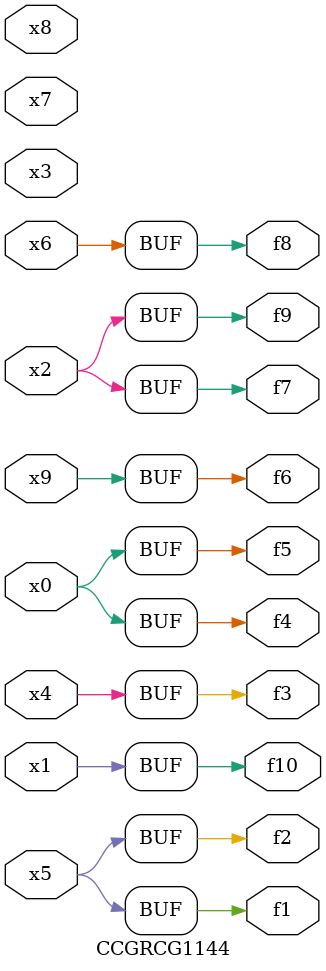
<source format=v>
module CCGRCG1144(
	input x0, x1, x2, x3, x4, x5, x6, x7, x8, x9,
	output f1, f2, f3, f4, f5, f6, f7, f8, f9, f10
);
	assign f1 = x5;
	assign f2 = x5;
	assign f3 = x4;
	assign f4 = x0;
	assign f5 = x0;
	assign f6 = x9;
	assign f7 = x2;
	assign f8 = x6;
	assign f9 = x2;
	assign f10 = x1;
endmodule

</source>
